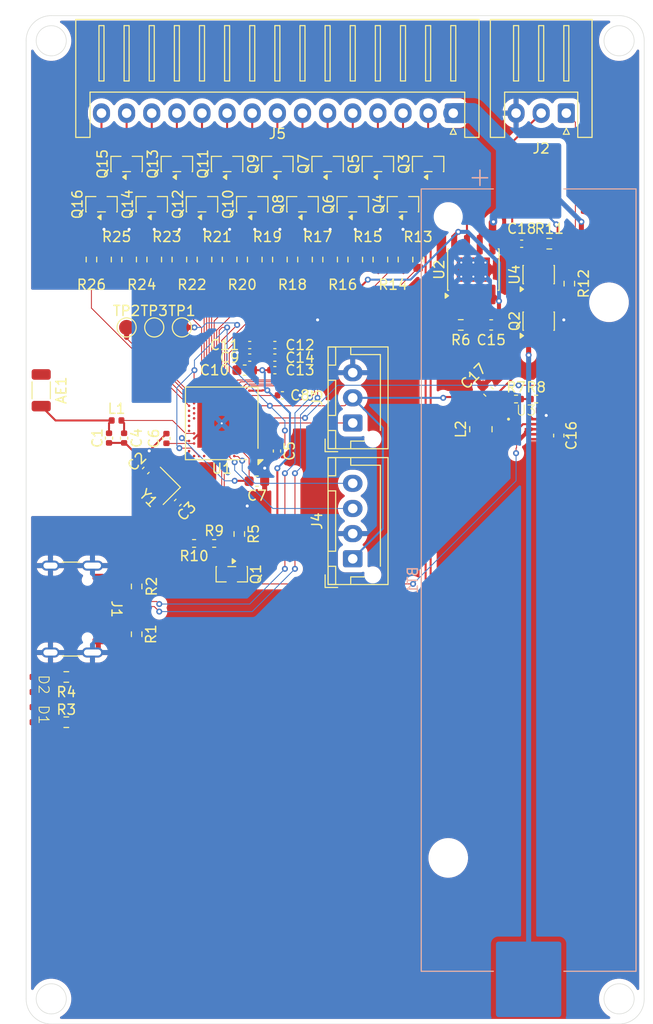
<source format=kicad_pcb>
(kicad_pcb (version 20241229) (generator "pcbnew") (generator_version "9.0")
  (layers (0 "F.Cu" signal) (2 "B.Cu" signal) (13 "F.Paste" user) (15 "B.Paste" user) (5 "F.SilkS" user "F.Silkscreen") (7 "B.SilkS" user "B.Silkscreen") (1 "F.Mask" user) (3 "B.Mask" user) (25 "Edge.Cuts" user))
  (net 0 "")
  (net 1 "Net-(AE1-FEED)")
  (net 3 "VBAT")
  (net 4 "GND_BAT")
  (net 5 "Net-(U1-XC1)")
  (net 6 "GND")
  (net 7 "Net-(U1-XC2)")
  (net 8 "Net-(U1-DEC1)")
  (net 9 "Net-(U1-DEC3)")
  (net 10 "Net-(U1-DEC4)")
  (net 11 "Net-(U1-DECUSB)")
  (net 12 "VBUS")
  (net 13 "+3V3")
  (net 14 "Net-(U4-VCC)")
  (net 15 "Net-(D1-K)")
  (net 16 "Net-(D2-K)")
  (net 17 "/D+")
  (net 18 "/D-")
  (net 19 "Net-(J1-CC1)")
  (net 20 "Net-(J1-CC2)")
  (net 21 "/PIR_1")
  (net 22 "/PIR_2")
  (net 23 "/BH_SDA")
  (net 24 "/BH_SCL")
  (net 25 "Net-(U3-L2)")
  (net 26 "Net-(U3-L1)")
  (net 27 "Net-(Q1-G)")
  (net 28 "Net-(Q1-S)")
  (net 29 "Net-(Q2-G1)")
  (net 32 "Net-(Q3-G)")
  (net 33 "LED_1_GND")
  (net 34 "LED_2_GND")
  (net 35 "Net-(Q4-G)")
  (net 36 "LED_3_GND")
  (net 37 "Net-(Q5-G)")
  (net 38 "LED_4_GND")
  (net 39 "Net-(Q6-G)")
  (net 40 "Net-(Q7-G)")
  (net 41 "LED_5_GND")
  (net 42 "Net-(Q8-G)")
  (net 43 "LED_6_GND")
  (net 44 "Net-(Q9-G)")
  (net 45 "LED_7_GND")
  (net 46 "Net-(Q10-G)")
  (net 47 "LED_8_GND")
  (net 48 "Net-(Q11-G)")
  (net 49 "LED_9_GND")
  (net 50 "LED_10_GND")
  (net 51 "Net-(Q12-G)")
  (net 52 "Net-(Q13-G)")
  (net 53 "LED_11_GND")
  (net 54 "LED_12_GND")
  (net 55 "Net-(Q14-G)")
  (net 56 "Net-(Q15-G)")
  (net 57 "LED_13_GND")
  (net 58 "LED_14_GND")
  (net 59 "Net-(Q16-G)")
  (net 60 "Net-(U2-~{CHRG})")
  (net 61 "Net-(U2-~{STDBY})")
  (net 62 "/VDIV_SW")
  (net 63 "Net-(U2-PROG)")
  (net 64 "Net-(U3-FB)")
  (net 65 "/VDIV")
  (net 66 "Net-(U4-CS)")
  (net 67 "LED_1_SW")
  (net 68 "LED_2_SW")
  (net 69 "LED_3_SW")
  (net 70 "LED_4_SW")
  (net 71 "LED_5_SW")
  (net 72 "LED_6_SW")
  (net 73 "LED_7_SW")
  (net 74 "LED_8_SW")
  (net 75 "LED_9_SW")
  (net 76 "LED_10_SW")
  (net 77 "LED_11_SW")
  (net 78 "LED_12_SW")
  (net 79 "LED_13_SW")
  (net 80 "LED_14_SW")
  (net 81 "Net-(U1-P0.18{slash}~{RESET})")
  (net 82 "Net-(U1-SWDCLK)")
  (net 83 "Net-(U1-SWDIO)")
  (net 87 "Net-(U1-ANT)")
  (net 97 "unconnected-(U1-P1.15-PadA14)")
  (net 113 "Net-(Q2-G2)")
  (footprint "Capacitor_SMD:C_0402_1005Metric" (layer "F.Cu") (at 167.250001 72.25)
    (property "Reference" "C14")
    (property "Value" "4.7uF")
  )
  (footprint "Capacitor_SMD:C_0402_1005Metric" (layer "F.Cu") (at 191.807563 60.930329)
    (property "Reference" "C18")
    (property "Value" "100nF")
  )
  (footprint "Capacitor_SMD:C_0402_1005Metric" (layer "F.Cu") (at 150.75 80.25 90)
    (property "Reference" "C1")
    (property "Value" "0.5pF")
  )
  (footprint "Capacitor_SMD:C_0402_1005Metric" (layer "F.Cu") (at 168 76 180)
    (property "Reference" "C8")
    (property "Value" "4.7uF")
  )
  (footprint "Resistor_SMD:R_0603_1608Metric" (layer "F.Cu") (at 164 62.5 90)
    (property "Reference" "R20")
    (property "Value" "220R")
  )
  (footprint "Capacitor_SMD:C_0402_1005Metric" (layer "F.Cu") (at 167.250001 71)
    (property "Reference" "C12")
    (property "Value" "100nF")
  )
  (footprint "Package_TO_SOT_SMD:SOT-23" (layer "F.Cu") (at 162.5 53 90)
    (property "Reference" "Q11")
    (property "Value" "2302V")
  )
  (footprint "Inductor_SMD:L_1008_2520Metric" (layer "F.Cu") (at 187.75 79.37 -90)
    (property "Reference" "L2")
    (property "Value" "0.47uH")
  )
  (footprint "Resistor_SMD:R_0603_1608Metric" (layer "F.Cu") (at 185.75 69)
    (property "Reference" "R6")
    (property "Value" "1.2k")
  )
  (footprint "Resistor_SMD:R_0603_1608Metric" (layer "F.Cu") (at 171.5 62.5 90)
    (property "Reference" "R17")
    (property "Value" "220R")
  )
  (footprint "Capacitor_SMD:C_0603_1608Metric" (layer "F.Cu") (at 188.5 75.62 -45)
    (property "Reference" "C17")
    (property "Value" "22uF")
  )
  (footprint "Resistor_SMD:R_0402_1005Metric" (layer "F.Cu") (at 193.25 76.37)
    (property "Reference" "R8")
    (property "Value" "91k")
  )
  (footprint "Package_TO_SOT_SMD:SOT-23" (layer "F.Cu") (at 165 57 90)
    (property "Reference" "Q10")
    (property "Value" "2302V")
  )
  (footprint "Resistor_SMD:R_0603_1608Metric" (layer "F.Cu") (at 166.5 62.5 90)
    (property "Reference" "R19")
    (property "Value" "220R")
  )
  (footprint "Resistor_SMD:R_0603_1608Metric" (layer "F.Cu") (at 153.5 95 90)
    (property "Reference" "R2")
    (property "Value" "5.1k")
  )
  (footprint "Package_SO:SOIC-8-1EP_3.9x4.9mm_P1.27mm_EP2.41x3.3mm_ThermalVias" (layer "F.Cu") (at 187 63.5 90)
    (property "Reference" "U2")
    (property "Value" "TP4056-42-ESOP8")
  )
  (footprint "Capacitor_SMD:C_0402_1005Metric" (layer "F.Cu") (at 156.4625 80.2875 -90)
    (property "Reference" "C6")
    (property "Value" "100pF")
  )
  (footprint "Resistor_SMD:R_0402_1005Metric" (layer "F.Cu") (at 159.2125 90.725 180)
    (property "Reference" "R10")
    (property "Value" "1M")
  )
  (footprint "Resistor_SMD:R_0603_1608Metric" (layer "F.Cu") (at 151.5 62.5 90)
    (property "Reference" "R25")
    (property "Value" "220R")
  )
  (footprint "Package_TO_SOT_SMD:SOT-23" (layer "F.Cu") (at 175 57 90)
    (property "Reference" "Q6")
    (property "Value" "2302V")
  )
  (footprint "Package_TO_SOT_SMD:SOT-23" (layer "F.Cu") (at 167.5 53 90)
    (property "Reference" "Q9")
    (property "Value" "2302V")
  )
  (footprint "Resistor_SMD:R_0603_1608Metric" (layer "F.Cu") (at 174 62.5 90)
    (property "Reference" "R16")
    (property "Value" "220R")
  )
  (footprint "Resistor_SMD:R_0603_1608Metric" (layer "F.Cu") (at 154 62.5 90)
    (property "Reference" "R24")
    (property "Value" "220R")
  )
  (footprint "Capacitor_SMD:C_0603_1608Metric" (layer "F.Cu") (at 188.775 69 180)
    (property "Reference" "C15")
    (property "Value" "10uF")
  )
  (footprint "Connector_JST:JST_XH_S3B-XH-A_1x03_P2.50mm_Horizontal" (layer "F.Cu") (at 196.25 47.945 180)
    (property "Reference" "J2")
    (property "Value" "Conn_01x03")
  )
  (footprint "Package_TO_SOT_SMD:SOT-23" (layer "F.Cu") (at 157.5 53 90)
    (property "Reference" "Q13")
    (property "Value" "2302V")
  )
  (footprint "Resistor_SMD:R_0603_1608Metric" (layer "F.Cu") (at 176.5 62.5 90)
    (property "Reference" "R15")
    (property "Value" "220R")
  )
  (footprint "Resistor_SMD:R_0603_1608Metric" (layer "F.Cu") (at 153.5 99.75 -90)
    (property "Reference" "R1")
    (property "Value" "5.1k")
  )
  (footprint "Capacitor_SMD:C_0603_1608Metric" (layer "F.Cu") (at 195.5 80 90)
    (property "Reference" "C16")
    (property "Value" "10uF")
  )
  (footprint "Connector_JST:JST_XH_B4B-XH-AM_1x04_P2.50mm_Vertical" (layer "F.Cu") (at 175 92.25 90)
    (property "Reference" "J4")
    (property "Value" "Conn_01x04")
  )
  (footprint "Package_TO_SOT_SMD:SOT-23" (layer "F.Cu") (at 182.5 53 90)
    (property "Reference" "Q3")
    (property "Value" "2302V")
  )
  (footprint "Package_TO_SOT_SMD:SOT-23-6" (layer "F.Cu") (at 193.499999 68.624999 90)
    (property "Reference" "Q2")
    (property "Value" "FS8205A")
  )
  (footprint "Resistor_SMD:R_0603_1608Metric" (layer "F.Cu") (at 194.557563 60.930329 180)
    (property "Reference" "R11")
    (property "Value" "100R")
  )
  (footprint "Resistor_SMD:R_0402_1005Metric" (layer "F.Cu") (at 191.25 76.37)
    (property "Reference" "R7")
    (property "Value" "511k")
  )
  (footprint "Package_TO_SOT_SMD:SOT-23" (layer "F.Cu") (at 162.9625 93.7875 -90)
    (property "Reference" "Q1")
    (property "Value" "SI2301-ZE")
  )
  (footprint "Resistor_SMD:R_0603_1608Metric" (layer "F.Cu") (at 161.5 62.5 90)
    (property "Reference" "R21")
    (property "Value" "220R")
  )
  (footprint "Custom:LED_1.7x1.1mm" (layer "F.Cu") (at 143.25 107.750001 -90)
    (property "Reference" "D1")
    (property "Value" "LED_RED")
  )
  (footprint "Resistor_SMD:R_0603_1608Metric" (layer "F.Cu") (at 163.712499 89.7875 -90)
    (property "Reference" "R5")
    (property "Value" "220R")
  )
  (footprint "Resistor_SMD:R_0603_1608Metric" (layer "F.Cu") (at 181.5 62.5 90)
    (property "Reference" "R13")
    (property "Value" "220R")
  )
  (footprint "Package_TO_SOT_SMD:SOT-23" (layer "F.Cu") (at 155 57 90)
    (property "Reference" "Q14")
    (property "Value" "2302V")
  )
  (footprint "Inductor_SMD:L_0402_1005Metric" (layer "F.Cu") (at 151.5 78.5)
    (property "Reference" "L1")
    (property "Value" "4.7nH")
  )
  (footprint "Capacitor_SMD:C_0402_1005Metric" (layer "F.Cu") (at 167.250001 73.5)
    (property "Reference" "C13")
    (property "Value" "100nF")
  )
  (footprint "Crystal:Crystal_SMD_2016-4Pin_2.0x1.6mm" (layer "F.Cu") (at 156 85 135)
    (property "Reference" "Y1")
    (property "Value" "Crystal_GND24")
  )
  (footprint "Resistor_SMD:R_0603_1608Metric" (layer "F.Cu") (at 146.5 108.500001 180)
    (property "Reference" "R3")
    (property "Value" "220R")
  )
  (footprint "Custom:VSON-10" (layer "F.Cu") (at 192.25 79.37)
    (property "Reference" "U3")
    (property "Value" "TPS63802DLAR")
  )
  (footprint "Package_TO_SOT_SMD:SOT-23" (layer "F.Cu") (at 160 57 90)
    (property "Reference" "Q12")
    (property "Value" "2302V")
  )
  (footprint "Inductor_SMD:L_1206_3216Metric" (layer "F.Cu") (at 144 75.5 90)
    (property "Reference" "AE1")
    (property "Value" "Antenna_Chip")
  )
  (footprint "Capacitor_SMD:C_0402_1005Metric" (layer "F.Cu") (at 157.590991 86.661701 45)
    (property "Reference" "C3")
    (property "Value" "12pF")
  )
  (footprint "Capacitor_SMD:C_0402_1005Metric" (layer "F.Cu") (at 154.409011 83.479721 -135)
    (property "Reference" "C2")
    (property "Value" "12pF")
  )
  (footprint "Resistor_SMD:R_0603_1608Metric" (layer "F.Cu") (at 156.5 62.5 90)
    (property "Reference" "R23")
    (property "Value" "220R")
  )
  (footprint "" (layer "F.Cu") (at 161.9625 78.7875)
    (property "Reference" "")
    (property "Value" "")
  )
  (footprint "Custom:LED_1.7x1.1mm" (layer "F.Cu") (at 143.249999 104.750001 90)
    (property "Reference" "D2")
    (property "Value" "LED_GREEN")
  )
  (footprint "Resistor_SMD:R_0603_1608Metric" (layer "F.Cu") (at 179 62.5 90)
    (property "Reference" "R14")
    (property "Value" "220R")
  )
  (footprint "Package_TO_SOT_SMD:SOT-23" (layer "F.Cu") (at 180 57 90)
    (property "Reference" "Q4")
    (property "Value" "2302V")
  )
  (footprint "Resistor_SMD:R_0402_1005Metric" (layer "F.Cu") (at 161.2125 90.725 180)
    (property "Reference" "R9")
    (property "Value" "2M")
  )
  (footprint "Connector_JST:JST_XH_S15B-XH-A_1x15_P2.50mm_Horizontal" (layer "F.Cu") (at 185 47.945 180)
    (property "Reference" "J5")
    (property "Value" "Conn_01x15")
  )
  (footprint "Package_TO_SOT_SMD:SOT-23" (layer "F.Cu") (at 150 57 90)
    (property "Reference" "Q16")
    (property "Value" "2302V")
  )
  (footprint "Package_TO_SOT_SMD:SOT-23" (layer "F.Cu") (at 172.5 53 90)
    (property "Reference" "Q7")
    (property "Value" "2302V")
  )
  (footprint "Package_TO_SOT_SMD:SOT-23" (layer "F.Cu") (at 152.5 53 90)
    (property "Reference" "Q15")
    (property "Value" "2302V")
  )
  (footprint "TestPoint:TestPoint_Pad_D1.5mm" (layer "F.Cu") (at 158 69.25)
    (property "Reference" "TP1")
    (property "Value" "#RST")
  )
  (footprint "Resistor_SMD:R_0603_1608Metric" (layer "F.Cu") (at 169 62.5 90)
    (property "Reference" "R18")
    (property "Value" "220R")
  )
  (footprint "Resistor_SMD:R_0603_1608Metric" (layer "F.Cu") (at 146.5 104 180)
    (property "Reference" "R4")
    (property "Value" "220R")
  )
  (footprint "Package_DFN_QFN:Nordic_AQFN-73-1EP_7x7mm_P0.5mm" (layer "F.Cu") (at 161.9625 78.7875 180)
    (property "Reference" "U1")
    (property "Value" "nRF52840")
  )
  (footprint "Connector_USB:USB_C_Receptacle_GCT_USB4105-xx-A_16P_TopMnt_Horizontal" (layer "F.Cu") (at 146 97.25 -90)
    (property "Reference" "J1")
    (property "Value" "USB_C_Receptacle_USB2.0_14P")
  )
  (footprint "Capacitor_SMD:C_0603_1608Metric" (layer "F.Cu") (at 165.4625 84.5375 180)
    (property "Reference" "C7")
    (property "Value" "1uF")
  )
  (footprint "Connector_JST:JST_XH_B3B-XH-AM_1x03_P2.50mm_Vertical" (layer "F.Cu") (at 175 78.75 90)
    (property "Reference" "J3")
    (property "Value" "Conn_01x03")
  )
  (footprint "Capacitor_SMD:C_0402_1005Metric" (layer "F.Cu") (at 164.750001 72.25 180)
    (property "Reference" "C9")
    (property "Value" "4.7uF")
  )
  (footprint "TestPoint:TestPoint_Pad_D1.5mm" (layer "F.Cu") (at 155.25 69.25)
    (property "Reference" "TP3")
    (property "Value" "SWDIO")
  )
  (footprint "Package_TO_SOT_SMD:SOT-23" (layer "F.Cu") (at 170 57 90)
    (property "Reference" "Q8")
    (property "Value" "2302V")
  )
  (footprint "Resistor_SMD:R_0603_1608Metric" (layer "F.Cu") (at 149 62.5 90)
    (property "Reference" "R26")
    (property "Value" "220R")
  )
  (footprint "Package_TO_SOT_SMD:SOT-23" (layer "F.Cu") (at 177.5 53 90)
    (property "Reference" "Q5")
    (property "Value" "2302V")
  )
  (footprint "Capacitor_SMD:C_0402_1005Metric" (layer "F.Cu") (at 167.4625 81.5375 90)
    (property "Reference" "C5")
    (property "Value" "100nF")
  )
  (footprint "TestPoint:TestPoint_Pad_D1.5mm" (layer "F.Cu") (at 152.5 69.25)
    (property "Reference" "TP2")
    (property "Value" "SWDCLK")
  )
  (footprint "Capacitor_SMD:C_0402_1005Metric" (layer "F.Cu") (at 152.25 80.25 90)
    (property "Reference" "C4")
    (property "Value" "0.8pF")
  )
  (footprint "Resistor_SMD:R_0603_1608Metric" (layer "F.Cu") (at 196.549999 64.894999 -90)
    (property "Reference" "R12")
    (property "Value" "2k")
  )
  (footprint "Resistor_SMD:R_0603_1608Metric" (layer "F.Cu") (at 159 62.5 90)
    (property "Reference" "R22")
    (property "Value" "220R")
  )
  (footprint "Capacitor_SMD:C_0603_1608Metric" (layer "F.Cu") (at 164.25 73.5 180)
    (property "Reference" "C10")
    (property "Value" "1uF")
  )
  (footprint "Package_TO_SOT_SMD:SOT-23-6" (layer "F.Cu") (at 193.5 64 90)
    (property "Reference" "U4")
    (property "Value" "DW01A")
  )
  (footprint "Capacitor_SMD:C_0402_1005Metric" (layer "F.Cu") (at 164.750001 71 180)
    (property "Reference" "C11")
    (property "Value" "100nF")
  )
  (footprint "Battery:BatteryHolder_Keystone_1042_1x18650" (layer "B.Cu") (at 192.5 94.37 -90)
    (property "Reference" "BT1")
    (property "Value" "18650")
  )
  (gr_circle (center 145 136) (end 146.5 136) (stroke (width 0.05)) (fill no) (layer "Edge.Cuts"))
  (gr_arc (start 142.5 40.75) (mid 143.232233 38.982233) (end 145 38.25) (stroke (width 0.05)) (layer "Edge.Cuts"))
  (gr_circle (center 201.5 40.75) (end 203 40.75) (stroke (width 0.05)) (fill no) (layer "Edge.Cuts"))
  (gr_line (start 204 40.75) (end 204 136) (stroke (width 0.05)) (layer "Edge.Cuts"))
  (gr_line (start 201.5 138.5) (end 145 138.5) (stroke (width 0.05)) (layer "Edge.Cuts"))
  (gr_circle (center 145 40.75) (end 146.5 40.75) (stroke (width 0.05)) (fill no) (layer "Edge.Cuts"))
  (gr_line (start 142.5 136) (end 142.5 40.75) (stroke (width 0.05)) (layer "Edge.Cuts"))
  (gr_arc (start 145 138.5) (mid 143.232233 137.767767) (end 142.5 136) (stroke (width 0.05)) (layer "Edge.Cuts"))
  (gr_arc (start 201.5 38.25) (mid 203.267767 38.982233) (end 204 40.75) (stroke (width 0.05)) (layer "Edge.Cuts"))
  (gr_line (start 145 38.25) (end 201.5 38.25) (stroke (width 0.05)) (layer "Edge.Cuts"))
  (gr_circle (center 201.5 136) (end 203 136) (stroke (width 0.05)) (fill no) (layer "Edge.Cuts"))
  (gr_arc (start 204 136) (mid 203.267767 137.767767) (end 201.5 138.5) (stroke (width 0.05)) (layer "Edge.Cuts"))
  (segment (start 145.425 78.5) (end 144 77.075) (width 0.2) (layer "F.Cu") (net 1))
  (segment (start 151.015 78.5) (end 145.425 78.5) (width 0.2) (layer "F.Cu") (net 1))
  (segment (start 150.75 78.765) (end 151.015 78.5) (width 0.2) (layer "F.Cu") (net 1))
  (segment (start 150.75 79.77) (end 150.75 78.765) (width 0.2) (layer "F.Cu") (net 1))
  (segment (start 191.63 80.37) (end 192.229 79.771) (width 0.4) (layer "F.Cu") (net 3))
  (segment (start 195.382563 59.132563) (end 195.25 59) (width 0.2) (layer "F.Cu") (net 3))
  (segment (start 162.9625 94.725001) (end 162.987499 94.75) (width 0.09) (layer "F.Cu") (net 3))
  (segment (start 188.905 61.025) (end 188.905 58.845) (width 0.75) (layer "F.Cu") (net 3))
  (segment (start 162.987499 94.75) (end 181 94.75) (width 0.09) (layer "F.Cu") (net 3))
  (segment (start 191.3 80.37) (end 191.63 80.37) (width 0.4) (layer "F.Cu") (net 3))
  (segment (start 192.75 79.37) (end 195.355 79.37) (width 0.2) (layer "F.Cu") (net 3))
  (segment (start 197.75 58.75) (end 197.75 76.975) (width 0.5) (layer "F.Cu") (net 3))
  (segment (start 191.25 81.75) (end 191.25 81.25) (width 0.09) (layer "F.Cu") (net 3))
  (segment (start 191.25 81.25) (end 191.3 81.2) (width 0.09) (layer "F.Cu") (net 3))
  (segment (start 191.3 81.2) (end 191.3 80.37) (width 0.09) (layer "F.Cu") (net 3))
  (segment (start 195.382563 60.930329) (end 195.382563 59.132563) (width 0.2) (layer "F.Cu") (net 3))
  (segment (start 192.229 79.771) (end 192.229 79.66065) (width 0.4) (layer "F.Cu") (net 3))
  (segment (start 195.355 79.37) (end 195.5 79.225) (width 0.2) (layer "F.Cu") (net 3))
  (segment (start 192.229 79.66065) (end 192.51965 79.37) (width 0.4) (layer "F.Cu") (net 3))
  (segment (start 192.51965 79.37) (end 192.75 79.37) (width 0.4) (layer "F.Cu") (net 3))
  (segment (start 188.905 58.845) (end 189 58.75) (width 0.75) (layer "F.Cu") (net 3))
  (segment (start 197.75 76.975) (end 195.5 79.225) (width 0.5) (layer "F.Cu") (net 3))
  (via (at 189 58.75) (size 0.6) (drill 0.3) (layers "F.Cu" "B.Cu") (net 3))
  (via (at 197.75 58.75) (size 0.6) (drill 0.3) (layers "F.Cu" "B.Cu") (net 3))
  (via (at 191.25 81.75) (size 0.6) (drill 0.3) (layers "F.Cu" "B.Cu") (net 3))
  (via (at 195.25 59) (size 0.6) (drill 0.3) (layers "F.Cu" "B.Cu") (net 3))
  (via (at 181 94.75) (size 0.6) (drill 0.3) (layers "F.Cu" "B.Cu") (net 3))
  (segment (start 193.68 54.68) (end 192.5 54.68) (width 0.5) (layer "B.Cu") (net 3))
  (segment (start 192.5 56.25) (end 192.5 54.68) (width 0.2) (layer "B.Cu") (net 3))
  (segment (start 195.25 59) (end 192.5 56.25) (width 0.2) (layer "B.Cu") (net 3))
  (segment (start 192.5 53.5) (end 186.945 47.945) (width 2) (layer "B.Cu") (net 3))
  (segment (start 189 58.75) (end 189 58.18) (width 0.75) (layer "B.Cu") (net 3))
  (segment (start 197.75 58.75) (end 193.68 54.68) (width 0.5) (layer "B.Cu") (net 3))
  (segment (start 186.945 47.945) (end 185 47.945) (width 2) (layer "B.Cu") (net 3))
  (segment (start 192.5 54.68) (end 192.5 53.5) (width 2) (layer "B.Cu") (net 3))
  (segment (start 189 58.18) (end 192.5 54.68) (width 0.75) (layer "B.Cu") (net 3))
  (segment (start 181 94.75) (end 191.25 84.5) (width 0.09) (layer "B.Cu") (net 3))
  (segment (start 191.25 84.5) (end 191.25 81.75) (width 0.09) (layer "B.Cu") (net 3))
  (segment (start 191.327563 61.640062) (end 192.550001 62.8625) (width 0.2) (layer "F.Cu") (net 4))
  (segment (start 192.550001 62.8625) (end 191.5 63.912501) (width 0.2) (layer "F.Cu") (net 4))
  (segment (start 191.5 63.912501) (end 191.5 68.712499) (width 0.2) (layer "F.Cu") (net 4))
  (segment (start 192.5 69.812499) (end 192.55 69.762499) (width 0.5) (layer "F.Cu") (net 4))
  (segment (start 191.5 68.712499) (end 192.55 69.762499) (width 0.2) (layer "F.Cu") (net 4))
  (segment (start 191.327563 60.930329) (end 191.327563 61.640062) (width 0.2) (layer "F.Cu") (net 4))
  (segment (start 192.5 72) (end 192.5 69.812499) (width 0.5) (layer "F.Cu") (net 4))
  (via (at 192.5 72) (size 0.6) (drill 0.3) (layers "F.Cu" "B.Cu") (net 4))
  (segment (start 192.5 134.06) (end 192.5 72) (width 0.5) (layer "B.Cu") (net 4))
  (segment (start 158.7125 82.2875) (end 158.7125 81.5375) (width 0.09) (layer "F.Cu") (net 5))
  (segment (start 155.116117 84.893934) (end 155.116117 84.865649) (width 0.2) (layer "F.Cu") (net 5))
  (segment (start 155.116117 84.893934) (end 156.106066 84.893934) (width 0.09) (layer "F.Cu") (net 5))
  (segment (start 156.106066 84.893934) (end 158.7125 82.2875) (width 0.09) (layer "F.Cu") (net 5))
  (segment (start 155.116117 84.865649) (end 154.0696 83.819132) (width 0.2) (layer "F.Cu") (net 5))
  (segment (start 193.38 78.87) (end 194.25 78) (width 0.2) (layer "F.Cu") (net 6))
  (segment (start 156.4625 79.8075) (end 154.748422 81.521578) (width 0.2) (layer "F.Cu") (net 6))
  (segment (start 166.24 83.24) (end 166.2375 83.2425) (width 0.2) (layer "F.Cu") (net 6))
  (segment (start 159.2125 80.2875) (end 160.7125 78.7875) (width 0.2) (layer "F.Cu") (net 6))
  (segment (start 191.438928 79.37) (end 191.3 79.37) (width 0.2) (layer "F.Cu") (net 6))
  (segment (start 167.4625 82.0175) (end 166.24 83.24) (width 0.2) (layer "F.Cu") (net 6))
  (segment (start 152.338112 80.73) (end 154.748422 83.14031) (width 0.2) (layer "F.Cu") (net 6))
  (segment (start 150.75 80.73) (end 152.25 80.73) (width 0.2) (layer "F.Cu") (net 6))
  (segment (start 163.4625 81.5375) (end 161.9625 80.0375) (width 0.2) (layer "F.Cu") (net 6))
  (segment (start 163.475 73.5) (end 163.475 73.045001) (width 0.2) (layer "F.Cu") (net 6))
  (segment (start 163.475 73.045001) (end 164.270001 72.25) (width 0.2) (layer "F.Cu") (net 6))
  (segment (start 192.95 78.87) (end 193.38 78.87) (width 0.2) (layer "F.Cu") (net 6))
  (segment (start 164 72.25) (end 163.5 71.75) (width 0.2) (layer "F.Cu") (net 6))
  (segment (start 154.748422 81.521578) (end 154.748422 83.14031) (width 0.2) (layer "F.Cu") (net 6))
  (segment (start 160.7125 78.7875) (end 161.9625 78.7875) (width 0.2) (layer "F.Cu") (net 6))
  (segment (start 192.95 78.87) (end 191.938928 78.87) (width 0.2) (layer "F.Cu") (net 6))
  (segment (start 166.2375 83.2425) (end 166.2375 84.5375) (width 0.2) (layer "F.Cu") (net 6))
  (segment (start 164.270001 72.25) (end 164 72.25) (width 0.2) (layer "F.Cu") (net 6))
  (segment (start 191.938928 78.87) (end 191.438928 79.37) (width 0.2) (layer "F.Cu") (net 6))
  (segment (start 152.25 80.73) (end 152.338112 80.73) (width 0.2) (layer "F.Cu") (net 6))
  (segment (start 161.9625 80.0375) (end 161.9625 78.7875) (width 0.2) (layer "F.Cu") (net 6))
  (via (at 152.75 59.5) (size 0.6) (drill 0.3) (layers "F.Cu" "B.Cu") (net 6))
  (via (at 167.75 59.5) (size 0.6) (drill 0.3) (layers "F.Cu" "B.Cu") (net 6))
  (via (at 150.25 59.5) (size 0.6) (drill 0.3) (layers "F.Cu" "B.Cu") (net 6))
  (via (at 170.25 59.5) (size 0.6) (drill 0.3) (layers "F.Cu" "B.Cu") (net 6))
  (via (at 162.75 59.5) (size 0.6) (drill 0.3) (layers "F.Cu" "B.Cu") (net 6))
  (via (at 177.75 59.5) (size 0.6) (drill 0.3) (layers "F.Cu" "B.Cu") (net 6))
  (via (at 169.75 76) (size 0.6) (drill 0.3) (layers "F.Cu" "B.Cu") (net 6))
  (via (at 160.25 59.5) (size 0.6) (drill 0.3) (layers "F.Cu" "B.Cu") (net 6))
  (via (at 155.25 59.5) (size 0.6) (drill 0.3) (layers "F.Cu" "B.Cu") (net 6))
  (via (at 163.5 71.75) (size 0.6) (drill 0.3) (layers "F.Cu" "B.Cu") (net 6))
  (via (at 157.75 59.5) (size 0.6) (drill 0.3) (layers "F.Cu" "B.Cu") (net 6))
  (via (at 194.25 78) (size 0.6) (drill 0.3) (layers "F.Cu" "B.Cu") (net 6))
  (via (at 154.748422 81.521578) (size 0.6) (drill 0.3) (layers "F.Cu" "B.Cu") (net 6))
  (via (at 172.75 59.5) (size 0.6) (drill 0.3) (layers "F.Cu" "B.Cu") (net 6))
  (via (at 166.24 83.24) (size 0.6) (drill 0.3) (layers "F.Cu" "B.Cu") (net 6))
  (via (at 180 59.5) (size 0.6) (drill 0.3) (layers "F.Cu" "B.Cu") (net 6))
  (via (at 175.25 59.5) (size 0.6) (drill 0.3) (layers "F.Cu" "B.Cu") (net 6))
  (via (at 164.5 87) (size 0.6) (drill 0.3) (layers "F.Cu" "B.Cu") (net 6))
  (via (at 171.5 68.5) (size 0.6) (drill 0.3) (layers "F.Cu" "B.Cu") (net 6))
  (via (at 165.25 59.5) (size 0.6) (drill 0.3) (layers "F.Cu" "B.Cu") (net 6))
  (via (at 196 68.5) (size 0.6) (drill 0.3) (layers "F.Cu" "B.Cu") (net 6))
  (segment (start 156.883883 85.106066) (end 156.883883 84.366117) (width 0.09) (layer "F.Cu") (net 7))
  (segment (start 156.883883 85.106066) (end 156.883883 85.275771) (width 0.2) (layer "F.Cu") (net 7))
  (segment (start 156.883883 85.275771) (end 157.930402 86.32229) (width 0.2) (layer "F.Cu") (net 7))
  (segment (start 156.883883 84.366117) (end 159.2125 82.0375) (width 0.09) (layer "F.Cu") (net 7))
  (segment (start 165.2325 81.0575) (end 165.2125 81.0375) (width 0.09) (layer "F.Cu") (net 8))
  (segment (start 167.4625 81.0575) (end 165.2325 81.0575) (width 0.09) (layer "F.Cu") (net 8))
  (segment (start 156.4625 80.7675) (end 156.4825 80.7875) (width 0.09) (layer "F.Cu") (net 9))
  (segment (start 156.4825 80.7875) (end 159.2125 80.7875) (width 0.09) (layer "F.Cu") (net 9))
  (segment (start 163.25 84.5) (end 163.2875 84.5375) (width 0.09) (layer "F.Cu") (net 10))
  (segment (start 158.7125 80.5375) (end 158.2875 80.5375) (width 0.09) (layer "F.Cu") (net 10))
  (segment (start 164.6875 82.2625) (end 163.9625 81.5375) (width 0.09) (layer "F.Cu") (net 10))
  (segment (start 164.65 84.5) (end 164.6875 84.5375) (width 0.2) (layer "F.Cu") (net 10))
  (segment (start 163.25 84.5) (end 164.65 84.5) (width 0.2) (layer "F.Cu") (net 10))
  (segment (start 158.2875 80.5375) (end 158 80.25) (width 0.09) (layer "F.Cu") (net 10))
  (segment (start 164.6875 84.5375) (end 164.6875 82.2625) (width 0.09) (layer "F.Cu") (net 10))
  (via (at 158 80.25) (size 0.6) (drill 0.3) (layers "F.Cu" "B.Cu") (net 10))
  (via (at 163.25 84.5) (size 0.6) (drill 0.3) (layers "F.Cu" "B.Cu") (net 10))
  (segment (start 158 80.25) (end 162.25 84.5) (width 0.09) (layer "B.Cu") (net 10))
  (segment (start 162.25 84.5) (end 163.25 84.5) (width 0.09) (layer "B.Cu") (net 10))
  (segment (start 163.9825 76.0175) (end 163.9625 76.0375) (width 0.09) (layer "F.Cu") (net 11))
  (segment (start 167.4625 76.0175) (end 163.9825 76.0175) (width 0.09) (layer "F.Cu") (net 11))
  (segment (start 146.5 101.288992) (end 148.438991 99.350001) (width 0.2) (layer "F.Cu") (net 12))
  (segment (start 148.523 95.398008) (end 149.071008 94.85) (width 0.2) (layer "F.Cu") (net 12))
  (segment (start 164.165761 93.806501) (end 167.5 90.472262) (width 0.2) (layer "F.Cu") (net 12))
  (segment (start 174.024 66.976) (end 176.5 64.5) (width 0.2) (layer "F.Cu") (net 12))
  (segment (start 167.5 90.472262) (end 167.5 83.25) (width 0.2) (layer "F.Cu") (net 12))
  (segment (start 143.25 107.000001) (end 143.249999 105.500001) (width 0.2) (layer "F.Cu") (net 12))
  (segment (start 166.770001 73.5) (end 166.770001 71) (width 0.2) (layer "F.Cu") (net 12))
  (segment (start 166.770001 73.5) (end 166 73.5) (width 0.2) (layer "F.Cu") (net 12))
  (segment (start 165.9625 75.5375) (end 164.7125 75.5375) (width 0.2) (layer "F.Cu") (net 12))
  (segment (start 143.249999 105.500001) (end 145.194355 105.500001) (width 0.2) (layer "F.Cu") (net 12))
  (segment (start 189.55 66.62) (end 188.905 65.975) (width 0.4) (layer "F.Cu") (net 12))
  (segment (start 146.5 104.194356) (end 146.5 101.288992) (width 0.2) (layer "F.Cu") (net 12))
  (segment (start 189.55 69) (end 189.55 66.62) (width 0.4) (layer "F.Cu") (net 12))
  (segment (start 149.380001 99.350001) (end 149.68 99.65) (width 0.2) (layer "F.Cu") (net 12))
  (segment (start 145.194355 105.500001) (end 146.5 104.194356) (width 0.2) (layer "F.Cu") (net 12))
  (segment (start 149.68 99.65) (end 149.105001 99.65) (width 0.2) (layer "F.Cu") (net 12))
  (segment (start 161.627739 94.85) (end 162.671238 93.806501) (width 0.2) (layer "F.Cu") (net 12))
  (segment (start 166.770001 71) (end 170.794001 66.976) (width 0.2) (layer "F.Cu") (net 12))
  (segment (start 185.095 60.155) (end 185.5 59.75) (width 0.4) (layer "F.Cu") (net 12))
  (segment (start 165.230001 73.294999) (end 165.025 73.5) (width 0.2) (layer "F.Cu") (net 12))
  (segment (start 166 73.5) (end 165.025 73.5) (width 0.2) (layer "F.Cu") (net 12))
  (segment (start 148.523 99.067999) (end 148.523 95.398008) (width 0.2) (layer "F.Cu") (net 12))
  (segment (start 185.095 61.025) (end 185.095 60.155) (width 0.4) (layer "F.Cu") (net 12))
  (segment (start 170.794001 66.976) (end 174.024 66.976) (width 0.2) (layer "F.Cu") (net 12))
  (segment (start 162.671238 93.806501) (end 164.165761 93.806501) (width 0.2) (layer "F.Cu") (net 12))
  (segment (start 149.071008 94.85) (end 149.68 94.85) (width 0.2) (layer "F.Cu") (net 12))
  (segment (start 166.5 75.5) (end 166 75.5) (width 0.2) (layer "F.Cu") (net 12))
  (segment (start 166 75.5) (end 165.9625 75.5375) (width 0.2) (layer "F.Cu") (net 12))
  (segment (start 149.68 94.85) (end 161.627739 94.85) (width 0.2) (layer "F.Cu") (net 12))
  (segment (start 148.438991 99.350001) (end 149.380001 99.350001) (width 0.2) (layer "F.Cu") (net 12))
  (segment (start 149.105001 99.65) (end 148.523 99.067999) (width 0.2) (layer "F.Cu") (net 12))
  (segment (start 165.230001 71) (end 165.230001 73.294999) (width 0.2) (layer "F.Cu") (net 12))
  (via (at 176.5 64.5) (size 0.6) (drill 0.3) (layers "F.Cu" "B.Cu") (net 12))
  (via (at 189.55 66.62) (size 0.6) (drill 0.3) (layers "F.Cu" "B.Cu") (net 12))
  (via (at 167.5 83.25) (size 0.6) (drill 0.3) (layers "F.Cu" "B.Cu") (net 12))
  (via (at 166.5 75.5) (size 0.6) (drill 0.3) (layers "F.Cu" "B.Cu") (net 12))
  (via (at 185.5 59.75) (size 0.6) (drill 0.3) (layers "F.Cu" "B.Cu") (net 12))
  (via (at 166 73.5) (size 0.6) (drill 0.3) (layers "F.Cu" "B.Cu") (net 12))
  (segment (start 167.5 83.25) (end 168.751 81.999) (width 0.2) (layer "B.Cu") (net 12))
  (segment (start 176.5 64.5) (end 180.75 64.5) (width 0.2) (layer "B.Cu") (net 12))
  (segment (start 186.452 59.75) (end 189.55 62.848) (width 0.4) (layer "B.Cu") (net 12))
  (segment (start 166.25 75.25) (end 166.25 73.75) (width 0.2) (layer "B.Cu") (net 12))
  (segment (start 166.5 75.5) (end 166.25 75.25) (width 0.2) (layer "B.Cu") (net 12))
  (segment (start 166.25 73.75) (end 166 73.5) (width 0.2) (layer "B.Cu") (net 12))
  (segment (start 180.75 64.5) (end 185.5 59.75) (width 0.2) (layer "B.Cu") (net 12))
  (segment (start 168.751 81.999) (end 168.751 77.751) (width 0.2) (layer "B.Cu") (net 12))
  (segment (start 189.55 62.848) (end 189.55 66.62) (width 0.4) (layer "B.Cu") (net 12))
  (segment (start 168.751 77.751) (end 166.5 75.5) (width 0.2) (layer "B.Cu") (net 12))
  (segment (start 185.5 59.75) (end 186.452 59.75) (width 0.4) (layer "B.Cu") (net 12))
  (segment (start 159.7125 82.0375) (end 158.925 81.25) (width 0.09) (layer "F.Cu") (net 13))
  (segment (start 159.25 73.5) (end 159.25 73.75) (width 0.09) (layer "F.Cu") (net 13))
  (segment (start 174.2125 77.0375) (end 175 76.25) (width 0.09) (layer "F.Cu") (net 13))
  (segment (start 165.2125 77.0375) (end 166.75 77.0375) (width 0.09) (layer "F.Cu") (net 13))
  (segment (start 158.925 81.25) (end 157.75 81.25) (width 0.09) (layer "F.Cu") (net 13))
  (segment (start 193.75 47.945) (end 190.866563 50.828437) (width 0.2) (layer "F.Cu") (net 13))
  (segment (start 184.081992 76.168008) (end 184 76.25) (width 0.2) (layer "F.Cu") (net 13))
  (segment (start 167.672562 81.5375) (end 168.25 80.960062) (width 0.09) (layer "F.Cu") (net 13))
  (segment (start 165.2125 81.5375) (end 167.672562 81.5375) (width 0.09) (layer "F.Cu") (net 13))
  (segment (start 168.25 80.960062) (end 168.25 79.5) (width 0.09) (layer "F.Cu") (net 13))
  (segment (start 161.75 69.5) (end 162 69.25) (width 0.09) (layer "F.Cu") (net 13))
  (segment (start 191.3 78.37) (end 190.74 77.81) (width 0.4) (layer "F.Cu") (net 13))
  (segment (start 159.25 73.75) (end 159.2125 73.7875) (width 0.09) (layer "F.Cu") (net 13))
  (segment (start 162 69.25) (end 162.5 69.25) (width 0.09) (layer "F.Cu") (net 13))
  (segment (start 189.048008 76.168008) (end 184.081992 76.168008) (width 0.2) (layer "F.Cu") (net 13))
  (segment (start 190.866563 74.349453) (end 189.048008 76.168008) (width 0.2) (layer "F.Cu") (net 13))
  (segment (start 190.866563 50.828437) (end 190.866563 74.349453) (width 0.2) (layer "F.Cu") (net 13))
  (segment (start 190.74 76.37) (end 189.25 76.37) (width 0.5) (layer "F.Cu") (net 13))
  (segment (start 164.7125 76.7875) (end 164.9625 76.7875) (width 0.09) (layer "F.Cu") (net 13))
  (segment (start 190.74 77.81) (end 190.74 76.37) (width 0.4) (layer "F.Cu") (net 13))
  (segment (start 161.7125 69.5375) (end 161.75 69.5) (width 0.09) (layer "F.Cu") (net 13))
  (segment (start 166.75 77.0375) (end 174.2125 77.0375) (width 0.09) (layer "F.Cu") (net 13))
  (segment (start 164.9625 76.7875) (end 165.2125 77.0375) (width 0.09) (layer "F.Cu") (net 13))
  (segment (start 189.25 76.37) (end 189.048008 76.168008) (width 0.5) (layer "F.Cu") (net 13))
  (segment (start 159.2125 73.7875) (end 159.2125 75.5375) (width 0.09) (layer "F.Cu") (net 13))
  (segment (start 161.7125 75.5375) (end 161.7125 69.5375) (width 0.09) (layer "F.Cu") (net 13))
  (via (at 162.5 69.25) (size 0.6) (drill 0.3) (layers "F.Cu" "B.Cu") (net 13))
  (via (at 168.25 79.5) (size 0.6) (drill 0.3) (layers "F.Cu" "B.Cu") (net 13))
  (via (at 157.75 81.25) (size 0.6) (drill 0.3) (layers "F.Cu" "B.Cu") (net 13))
  (via (at 166.75 77.0375) (size 0.6) (drill 0.3) (layers "F.Cu" "B.Cu") (net 13))
  (via (at 159.25 73.5) (size 0.6) (drill 0.3) (layers "F.Cu" "B.Cu") (net 13))
  (via (at 184 76.25) (size 0.6) (drill 0.3) (layers "F.Cu" "B.Cu") (net 13))
  (segment (start 162.5 72.7875) (end 166.75 77.0375) (width 0.09) (layer "B.Cu") (net 13))
  (segment (start 168.25 79.5) (end 168.25 78.5375) (width 0.09) (layer "B.Cu") (net 13))
  (segment (start 168.25 78.5375) (end 166.75 77.0375) (width 0.09) (layer "B.Cu") (net 13))
  (segment (start 159.25 72.5) (end 159.25 73.5) (width 0.09) (layer "B.Cu") (net 13))
  (segment (start 178 79.25) (end 178 89.25) (width 0.2) (layer "B.Cu") (net 13))
  (segment (start 157.5 81) (end 157.5 75.25) (width 0.09) (layer "B.Cu") (net 13))
  (segment (start 178 89.25) (end 175 92.25) (width 0.2) (layer "B.Cu") (net 13))
  (segment (start 162.5 69.25) (end 162.5 72.7875) (width 0.09) (layer "B.Cu") (net 13))
  (segment (start 157.75 81.25) (end 157.5 81) (width 0.09) (layer "B.Cu") (net 13))
  (segment (start 157.5 75.25) (end 159.25 73.5) (width 0.09) (layer "B.Cu") (net 13))
  (segment (start 175 76.25) (end 178 79.25) (width 0.2) (layer "B.Cu") (net 13))
  (segment (start 162.5 69.25) (end 159.25 72.5) (width 0.09) (layer "B.Cu") (net 13))
  (segment (start 184 76.25) (end 175 76.25) (width 0.2) (layer "B.Cu") (net 13))
  (segment (start 193.732563 60.930329) (end 193.5 61.162892) (width 0.2) (layer "F.Cu") (net 14))
  (segment (start 192.287563 60.930329) (end 193.732563 60.930329) (width 0.2) (layer "F.Cu") (net 14))
  (segment (start 193.5 61.162892) (end 193.5 62.8625) (width 0.2) (layer "F.Cu") (net 14))
  (segment (start 145.675 108.500001) (end 143.25 108.500001) (width 0.2) (layer "F.Cu") (net 15))
  (segment (start 143.249999 104.000001) (end 145.675 104) (width 0.2) (layer "F.Cu") (net 16))
  (segment (start 164.367 74.883) (end 171.07083 74.883) (width 0.09) (layer "F.Cu") (net 17))
  (segment (start 171.218915 75.031085) (end 171.5 75.31217) (width 0.09) (layer "F.Cu") (net 17))
  (segment (start 163.7125 75.5375) (end 164.367 74.883) (width 0.09) (layer "F.Cu") (net 17))
  (segment (start 155.75 97.5) (end 155.25 97) (width 0.09) (layer "F.Cu") (net 17))
  (segment (start 169.25 83.75) (end 169.25 93.25) (width 0.09) (layer "F.Cu") (net 17))
  (segment (start 150.556 97.267176) (end 150.556 97.732824) (width 0.2) (layer "F.Cu") (net 17))
  (segment (start 150.288824 98) (end 149.68 98) (width 0.2) (layer "F.Cu") (net 17))
  (segment (start 149.68 97) (end 150.288824 97) (width 0.2) (layer "F.Cu") (net 17))
  (segment (start 150.556 97.732824) (end 150.288824 98) (width 0.2) (layer "F.Cu") (net 17))
  (segment (start 171.07083 74.883) (end 171.218915 75.031085) (width 0.09) (layer "F.Cu") (net 17))
  (segment (start 171.5 75.31217) (end 171.5 76.25) (width 0.09) (layer "F.Cu") (net 17))
  (segment (start 150.288824 97) (end 150.556 97.267176) (width 0.2) (layer "F.Cu") (net 17))
  (segment (start 155.25 97) (end 149.68 97) (width 0.09) (layer "F.Cu") (net 17))
  (via (at 155.75 97.5) (size 0.6) (drill 0.3) (layers "F.Cu" "B.Cu") (net 17))
  (via (at 169.25 83.75) (size 0.6) (drill 0.3) (layers "F.Cu" "B.Cu") (net 17))
  (via (at 169.25 93.25) (size 0.6) (drill 0.3) (layers "F.Cu" "B.Cu") (net 17))
  (via (at 171.5 76.25) (size 0.6) (drill 0.3) (layers "F.Cu" "B.Cu") (net 17))
  (segment (start 169.25 93.25) (end 165 97.5) (width 0.09) (layer "B.Cu") (net 17))
  (segment (start 169.804 77.946) (end 169.804 83.196) (width 0.09) (layer "B.Cu") (net 17))
  (segment (start 165 97.5) (end 155.75 97.5) (width 0.09) (layer "B.Cu") (net 17))
  (segment (start 169.804 83.196) (end 169.25 83.75) (width 0.09) (layer "B.Cu") (net 17))
  (segment (start 171.5 76.25) (end 169.804 77.946) (width 0.09) (layer "B.Cu") (net 17))
  (segment (start 171.196 75.804) (end 170.75 76.25) (width 0.09) (layer "F.Cu") (net 18))
  (segment (start 171.196 75.25) (end 171.196 75.804) (width 0.09) (layer "F.Cu") (net 18))
  (segment (start 168.25 83.75) (end 168.25 93.25) (width 0.09) (layer "F.Cu") (net 18))
  (segment (start 155.75 96.75) (end 155.5 96.5) (width 0.09) (layer "F.Cu") (net 18))
  (segment (start 167.25 75.054) (end 171 75.054) (width 0.09) (layer "F.Cu") (net 18))
  (segment (start 148.804 96.767176) (end 149.071176 96.5) (width 0.2) (layer "F.Cu") (net 18))
  (segment (start 148.804 97.232824) (end 148.804 96.767176) (width 0.2) (layer "F.Cu") (net 18))
  (segment (start 164.696 75.054) (end 167.25 75.054) (width 0.09) (layer "F.Cu") (net 18))
  (segment (start 164.2125 75.5375) (end 164.696 75.054) (width 0.09) (layer "F.Cu") (net 18))
  (segment (start 149.071176 97.5) (end 148.804 97.232824) (width 0.2) (layer "F.Cu") (net 18))
  (segment (start 155.5 96.5) (end 149.68 96.5) (width 0.09) (layer "F.Cu") (net 18))
  (segment (start 149.68 97.5) (end 149.071176 97.5) (width 0.2) (layer "F.Cu") (net 18))
  (segment (start 149.071176 96.5) (end 149.68 96.5) (width 0.2) (layer "F.Cu") (net 18))
  (segment (start 171 75.054) (end 171.196 75.25) (width 0.09) (layer "F.Cu") (net 18))
  (via (at 168.25 93.25) (size 0.6) (drill 0.3) (layers "F.Cu" "B.Cu") (net 18))
  (via (at 168.25 83.75) (size 0.6) (drill 0.3) (layers "F.Cu" "B.Cu") (net 18))
  (via (at 170.75 76.25) (size 0.6) (drill 0.3) (layers "F.Cu" "B.Cu") (net 18))
  (via (at 155.75 96.75) (size 0.6) (drill 0.3) (layers "F.Cu" "B.Cu") (net 18))
  (segment (start 168.25 93.25) (end 164.75 96.75) (width 0.09) (layer "B.Cu") (net 18))
  (segment (start 169.25 82.75) (end 168.25 83.75) (width 0.09) (layer "B.Cu") (net 18))
  (segment (start 164.75 96.75) (end 155.75 96.75) (width 0.09) (layer "B.Cu") (net 18))
  (segment (start 169.25 77.75) (end 169.25 82.75) (width 0.09) (layer "B.Cu") (net 18))
  (segment (start 170.75 76.25) (end 169.25 77.75) (width 0.09) (layer "B.Cu") (net 18))
  (segment (start 153.5 95.825) (end 153.325 96) (width 0.2) (layer "F.Cu") (net 19))
  (segment (start 153.325 96) (end 149.679999 96) (width 0.2) (layer "F.Cu") (net 19))
  (segment (start 153.425 99) (end 149.68 99) (width 0.2) (layer "F.Cu") (net 20))
  (segment (start 153.5 98.925) (end 153.425 99) (width 0.2) (layer "F.Cu") (net 20))
  (segment (start 197.150999 48.845999) (end 197.150999 71.099001) (width 0.09) (layer "F.Cu") (net 21))
  (segment (start 193.25 75) (end 191.5 75) (width 0.09) (layer "F.Cu") (net 21))
  (segment (start 170.25 78.25) (end 165.5 78.25) (width 0.09) (layer "F.Cu") (net 21))
  (segment (start 196.25 47.945) (end 197.150999 48.845999) (width 0.09) (layer "F.Cu") (net 21))
  (segment (start 165.5 78.25) (end 165.2125 78.5375) (width 0.09) (layer "F.Cu") (net 21))
  (segment (start 197.150999 71.099001) (end 193.25 75) (width 0.09) (layer "F.Cu") (net 21))
  (via (at 170.25 78.25) (size 0.6) (drill 0.3) (layers "F.Cu" "B.Cu") (net 21))
  (via (at 191.5 75) (size 0.6) (drill 0.3) (layers "F.Cu" "B.Cu") (net 21))
  (segment (start 191.5 75) (end 173.5 75) (width 0.09) (layer "B.Cu") (net 21))
  (segment (start 173.5 75) (end 170.25 78.25) (width 0.09) (layer "B.Cu") (net 21))
  (segment (start 165.5 78.75) (end 165.2125 79.0375) (width 0.09) (layer "F.Cu") (net 22))
  (segment (start 175 78.75) (end 165.5 78.75) (width 0.09) (layer "F.Cu") (net 22))
  (segment (start 175 84.75) (end 174.6115 85.1385) (width 0.09) (layer "F.Cu") (net 23))
  (segment (start 164 82.5) (end 163.575001 82.075001) (width 0.09) (layer "F.Cu") (net 23))
  (segment (start 163.25 82.075001) (end 163.2125 82.037501) (width 0.09) (layer "F.Cu") (net 23))
  (segment (start 163.575001 82.075001) (end 163.25 82.075001) (width 0.09) (layer "F.Cu") (net 23))
  (via (at 164 82.5) (size 0.6) (drill 0.3) (layers "F.Cu" "B.Cu") (net 23))
  (segment (start 165.25 84.75) (end 175 84.75) (width 0.09) (layer "B.Cu") (net 23))
  (segment (start 164 82.5) (end 164 83.5) (width 0.09) (layer "B.Cu") (net 23))
  (segment (start 164 83.5) (end 165.25 84.75) (width 0.09) (layer "B.Cu") (net 23))
  (segment (start 162.7125 82.112498) (end 162.7125 82.0375) (width 0.09) (layer "F.Cu") (net 24))
  (segment (start 163.25 82.649998) (end 162.7125 82.112498) (width 0.09) (layer "F.Cu") (net 24))
  (via (at 163.25 82.649998) (size 0.6) (drill 0.3) (layers "F.Cu" "B.Cu") (net 24))
  (segment (start 163.25 83.450003) (end 167.049997 87.25) (width 0.09) (layer "B.Cu") (net 24))
  (segment (start 163.25 82.649998) (end 163.25 83.450003) (width 0.09) (layer "B.Cu") (net 24))
  (segment (start 167.049997 87.25) (end 175 87.25) (width 0.09) (layer "B.Cu") (net 24))
  (segment (start 187.75 78.295) (end 188.326 78.871) (width 0.2) (layer "F.Cu") (net 25))
  (segment (start 188.326 78.871) (end 191.3 78.871) (width 0.2) (layer "F.Cu") (net 25))
  (segment (start 191.3 79.87) (end 188.325 79.87) (width 0.2) (layer "F.Cu") (net 26))
  (segment (start 188.325 79.87) (end 187.75 80.445) (width 0.2) (layer "F.Cu") (net 26))
  (segment (start 163.712499 90.6125) (end 163.712499 90.712499) (width 0.2) (layer "F.Cu") (net 27))
  (segment (start 163.712499 90.712499) (end 163.9125 90.9125) (width 0.2) (layer "F.Cu") (net 27))
  (segment (start 163.9125 90.9125) (end 163.9125 92.85) (width 0.2) (layer "F.Cu") (net 27))
  (segment (start 162.0125 91.015001) (end 161.722499 90.725) (width 0.2) (layer "F.Cu") (net 28))
  (segment (start 162.0125 92.85) (end 162.0125 91.015001) (width 0.2) (layer "F.Cu") (net 28))
  (segment (start 192.550001 65.1375) (end 192.55 67.487499) (width 0.2) (layer "F.Cu") (net 29))
  (segment (start 181.55 61.625) (end 181.55 53.9375) (width 0.2) (layer "F.Cu") (net 32))
  (segment (start 181.5 61.675) (end 181.55 61.625) (width 0.2) (layer "F.Cu") (net 32))
  (segment (start 182.5 52.062499) (end 182.5 47.945) (width 0.2) (layer "F.Cu") (net 33))
  (segment (start 180 47.945) (end 180 56.062499) (width 0.2) (layer "F.Cu") (net 34))
  (segment (start 179 57.9875) (end 179.05 57.9375) (width 0.2) (layer "F.Cu") (net 35))
  (segment (start 179 61.675) (end 179 57.9875) (width 0.2) (layer "F.Cu") (net 35))
  (segment (start 177.5 52.062499) (end 177.5 47.945) (width 0.2) (layer "F.Cu") (net 36))
  (segment (start 176.5 61.675) (end 176.55 61.625) (width 0.2) (layer "F.Cu") (net 37))
  (segment (start 176.55 61.625) (end 176.55 53.9375) (width 0.2) (layer "F.Cu") (net 37))
  (segment (start 175 56.062499) (end 175 47.945) (width 0.2) (layer "F.Cu") (net 38))
  (segment (start 174.05 57.9375) (end 174.05 61.625) (width 0.2) (layer "F.Cu") (net 39))
  (segment (start 174.05 61.625) (end 174 61.675) (width 0.2) (layer "F.Cu") (net 39))
  (segment (start 171.5 61.675) (end 171.55 61.625) (width 0.2) (layer "F.Cu") (net 40))
  (segment (start 171.55 61.625) (end 171.55 53.9375) (width 0.2) (layer "F.Cu") (net 40))
  (segment (start 172.5 52.062499) (end 172.5 47.945) (width 0.2) (layer "F.Cu") (net 41))
  (segment (start 169.05 57.9375) (end 169.05 61.625) (width 0.2) (layer "F.Cu") (net 42))
  (segment (start 169.05 61.625) (end 169 61.675) (width 0.2) (layer "F.Cu") (net 42))
  (segment (start 170 47.945) (end 170 56.062499) (width 0.2) (layer "F.Cu") (net 43))
  (segment (start 166.55 61.625) (end 166.55 53.9375) (width 0.2) (layer "F.Cu") (net 44))
  (segment (start 166.5 61.675) (end 166.55 61.625) (width 0.2) (layer "F.Cu") (net 44))
  (segment (start 167.5 52.062499) (end 167.5 47.945) (width 0.2) (layer "F.Cu") (net 45))
  (segment (start 164.05 57.9375) (end 164.05 61.625) (width 0.2) (layer "F.Cu") (net 46))
  (segment (start 164.05 61.625) (end 164 61.675) (width 0.2) (layer "F.Cu") (net 46))
  (segment (start 165 56.062499) (end 164.999999 47.945) (width 0.2) (layer "F.Cu") (net 47))
  (segment (start 161.5 61.675) (end 161.55 61.625) (width 0.2) (layer "F.Cu") (net 48))
  (segment (start 161.55 61.625) (end 161.55 53.9375) (width 0.2) (layer "F.Cu") (net 48))
  (segment (start 162.5 52.062499) (end 162.499999 47.945) (width 0.2) (layer "F.Cu") (net 49))
  (segment (start 160 56.062499) (end 159.999999 47.945) (width 0.2) (layer "F.Cu") (net 50))
  (segment (start 159.05 57.9375) (end 159.05 61.625) (width 0.2) (layer "F.Cu") (net 51))
  (segment (start 159.05 61.625) (end 159 61.675) (width 0.2) (layer "F.Cu") (net 51))
  (segment (start 156.55 61.625) (end 156.55 53.9375) (width 0.2) (layer "F.Cu") (net 52))
  (segment (start 156.5 61.675) (end 156.55 61.625) (width 0.2) (layer "F.Cu") (net 52))
  (segment (start 157.5 52.062499) (end 157.500001 47.945) (width 0.2) (layer "F.Cu") (net 53))
  (segment (start 155 56.062499) (end 155.000001 47.945) (width 0.2) (layer "F.Cu") (net 54))
  (segment (start 154.05 61.625) (end 154 61.675) (width 0.2) (layer "F.Cu") (net 55))
  (segment (start 154.05 57.9375) (end 154.05 61.625) (width 0.2) (layer "F.Cu") (net 55))
  (segment (start 151.5 61.675) (end 151.55 61.625) (width 0.2) (layer "F.Cu") (net 56))
  (segment (start 151.55 61.625) (end 151.55 53.9375) (width 0.2) (layer "F.Cu") (net 56))
  (segment (start 152.5 52.062499) (end 152.500001 47.945) (width 0.2) (layer "F.Cu") (net 57))
  (segment (start 150 56.062499) (end 150 47.945) (width 0.2) (layer "F.Cu") (net 58))
  (segment (start 149 61.675) (end 149 57.9875) (width 0.2) (layer "F.Cu") (net 59))
  (segment (start 149 57.9875) (end 149.05 57.9375) (width 0.2) (layer "F.Cu") (net 59))
  (segment (start 183.859626 56.694) (end 182.75 57.803626) (width 0.2) (layer "F.Cu") (net 60))
  (segment (start 185.140374 56.694) (end 183.859626 56.694) (width 0.2) (layer "F.Cu") (net 60))
  (segment (start 182.75 57.803626) (end 182.75 98) (width 0.2) (layer "F.Cu") (net 60))
  (segment (start 186.365 57.918626) (end 185.140374 56.694) (width 0.2) (layer "F.Cu") (net 60))
  (segment (start 186.365 61.025) (end 186.365 57.918626) (width 0.2) (layer "F.Cu") (net 60))
  (segment (start 182.75 98) (end 172.249999 108.500001) (width 0.2) (layer "F.Cu") (net 60))
  (segment (start 172.249999 108.500001) (end 147.325 108.500001) (width 0.2) (layer "F.Cu") (net 60))
  (segment (start 182.25 98) (end 182.25 57.906232) (width 0.2) (layer "F.Cu") (net 61))
  (segment (start 147.325 104) (end 176.25 104) (width 0.2) (layer "F.Cu") (net 61))
  (segment (start 183.743232 56.413) (end 185.256768 56.413) (width 0.2) (layer "F.Cu") (net 61))
  (segment (start 187.635 58.791232) (end 187.635 61.025) (width 0.2) (layer "F.Cu") (net 61))
  (segment (start 182.25 57.906232) (end 183.743232 56.413) (width 0.2) (layer "F.Cu") (net 61))
  (segment (start 176.25 104) (end 182.25 98) (width 0.2) (layer "F.Cu") (net 61))
  (segment (start 185.256768 56.413) (end 187.635 58.791232) (width 0.2) (layer "F.Cu") (net 61))
  (segment (start 162.2125 87.462501) (end 163.712499 88.9625) (width 0.09) (layer "F.Cu") (net 62))
  (segment (start 162.2125 82.0375) (end 162.2125 87.462501) (width 0.09) (layer "F.Cu") (net 62))
  (segment (start 186.365 67.56) (end 186.365 65.975) (width 0.4) (layer "F.Cu") (net 63))
  (segment (start 184.925 69) (end 186.365 67.56) (width 0.4) (layer "F.Cu") (net 63))
  (segment (start 192.74 76.37) (end 192.62 76.49) (width 0.2) (layer "F.Cu") (net 64))
  (segment (start 192.62 78.04) (end 192.95 78.37) (width 0.2) (layer "F.Cu") (net 64))
  (segment (start 191.76 76.37) (end 192.74 76.37) (width 0.2) (layer "F.Cu") (net 64))
  (segment (start 192.62 76.49) (end 192.62 78.04) (width 0.2) (layer "F.Cu") (net 64))
  (segment (start 159.722499 90.725) (end 160.702501 90.725) (width 0.2) (layer "F.Cu") (net 65))
  (segment (start 161.9625 89.465001) (end 160.702501 90.725) (width 0.09) (layer "F.Cu") (net 65))
  (segment (start 161.9625 81.5375) (end 161.9625 89.465001) (width 0.09) (layer "F.Cu") (net 65))
  (segment (start 193.5 65.1375) (end 193.5 64.475001) (width 0.2) (layer "F.Cu") (net 66))
  (segment (start 193.5 64.475001) (end 193.905002 64.069999) (width 0.2) (layer "F.Cu") (net 66))
  (segment (start 193.905002 64.069999) (end 196.549999 64.069999) (width 0.2) (layer "F.Cu") (net 66))
  (segment (start 163.8485 74.6515) (end 163.2125 75.2875) (width 0.09) (layer "F.Cu") (net 67))
  (segment (start 163.2125 75.2875) (end 163.2125 75.537499) (width 0.09) (layer "F.Cu") (net 67))
  (segment (start 170.1735 74.6515) (end 163.8485 74.6515) (width 0.09) (layer "F.Cu") (net 67))
  (segment (start 181.5 63.325) (end 170.1735 74.6515) (width 0.09) (layer "F.Cu") (net 67))
  (segment (start 163.5195 74.4805) (end 162.9625 75.0375) (width 0.09) (layer "F.Cu") (net 68))
  (segment (start 162.9625 75.0375) (end 162.9625 76.0375) (width 0.09) (layer "F.Cu") (net 68))
  (segment (start 179 63.325) (end 167.8445 74.4805) (width 0.09) (layer "F.Cu") (net 68))
  (segment (start 167.8445 74.4805) (end 163.5195 74.4805) (width 0.09) (layer "F.Cu") (net 68))
  (segment (start 167.75 66.75) (end 173.075 66.75) (width 0.09) (layer "F.Cu") (net 69))
  (segment (start 173.075 66.75) (end 176.5 63.325) (width 0.09) (layer "F.Cu") (net 69))
  (segment (start 162.7125 75.5375) (end 162.7125 71.7875) (width 0.09) (layer "F.Cu") (net 69))
  (segment (start 162.7125 71.7875) (end 167.75 66.75) (width 0.09) (layer "F.Cu") (net 69))
  (segment (start 174 63.325) (end 171.825 65.5) (width 0.09) (layer "F.Cu") (net 70))
  (segment (start 168.5 65.5) (end 162.4625 71.5375) (width 0.09) (layer "F.Cu") (net 70))
  (segment (start 162.4625 71.5375) (end 162.4625 76.0375) (width 0.09) (layer "F.Cu") (net 70))
  (segment (start 171.825 65.5) (end 168.5 65.5) (width 0.09) (layer "F.Cu") (net 70))
  (segment (start 169.601 63.649) (end 169.601 63.665576) (width 0.09) (layer "F.Cu") (net 71))
  (segment (start 162.25 71) (end 162.25 75.5) (width 0.09) (layer "F.Cu") (net 71))
  (segment (start 171.5 63.325) (end 169.925 63.325) (width 0.09) (layer "F.Cu") (net 71))
  (segment (start 162.25 75.5) (end 162.2125 75.5375) (width 0.09) (layer "F.Cu") (net 71))
  (segment (start 169.415576 63.851) (end 169.399 63.851) (width 0.09) (layer "F.Cu") (net 71))
  (segment (start 169.399 63.851) (end 162.25 71) (width 0.09) (layer "F.Cu") (net 71))
  (segment (start 169.925 63.325) (end 169.601 63.649) (width 0.09) (layer "F.Cu") (net 71))
  (segment (start 169.601 63.665576) (end 169.415576 63.851) (width 0.09) (layer "F.Cu") (net 71))
  (segment (start 161.4625 76.0375) (end 161.4625 69.5375) (width 0.09) (layer "F.Cu") (net 72))
  (segment (start 161.4625 69.5375) (end 167.675 63.325) (width 0.09) (layer "F.Cu") (net 72))
  (segment (start 167.675 63.325) (end 169 63.325) (width 0.09) (layer "F.Cu") (net 72))
  (segment (start 161.2125 68.6125) (end 161.2125 75.5375) (width 0.09) (layer "F.Cu") (net 73))
  (segment (start 166.5 63.325) (end 161.2125 68.6125) (width 0.09) (layer "F.Cu") (net 73))
  (segment (start 160.9625 66.3625) (end 160.9625 76.0375) (width 0.09) (layer "F.Cu") (net 74))
  (segment (start 164 63.325) (end 160.9625 66.3625) (width 0.09) (layer "F.Cu") (net 74))
  (segment (start 160.7125 64.1125) (end 161.5 63.325) (width 0.09) (layer "F.Cu") (net 75))
  (segment (start 160.7125 75.537499) (end 160.7125 64.1125) (width 0.09) (layer "F.Cu") (net 75))
  (segment (start 159 63.325) (end 160.4625 64.7875) (width 0.09) (layer "F.Cu") (net 76))
  (segment (start 160.4625 64.7875) (end 160.4625 76.0375) (width 0.09) (layer "F.Cu") (net 76))
  (segment (start 156.5 63.325) (end 160.2125 67.0375) (width 0.09) (layer "F.Cu") (net 77))
  (segment (start 160.2125 67.0375) (end 160.2125 75.5375) (width 0.09) (layer "F.Cu") (net 77))
  (segment (start 159.9625 69.2875) (end 159.9625 76.0375) (width 0.09) (layer "F.Cu") (net 78))
  (segment (start 154 63.325) (end 159.9625 69.2875) (width 0.09) (layer "F.Cu") (net 78))
  (segment (start 156.75 68.575) (end 151.5 63.325) (width 0.09) (layer "F.Cu") (net 79))
  (segment (start 159.2125 76.7875) (end 159.2125 76.182532) (width 0.09) (layer "F.Cu") (net 79))
  (segment (start 156.75 73.720032) (end 156.75 68.575) (width 0.09) (layer "F.Cu") (net 79))
  (segment (start 159.2125 76.182532) (end 156.75 73.720032) (width 0.09) (layer "F.Cu") (net 79))
  (segment (start 149 63.325) (end 149 67.325) (width 0.09) (layer "F.Cu") (net 80))
  (segment (start 149 67.325) (end 158.7125 77.0375) (width 0.09) (layer "F.Cu") (net 80))
  (segment (start 158.5 69.25) (end 158.25 69.25) (width 0.5) (layer "F.Cu") (net 81))
  (segment (start 159.25 69.25) (end 158.5 69.25) (width 0.5) (layer "F.Cu") (net 81))
  (segment (start 159.25 69.25) (end 158 69.25) (width 0.09) (layer "F.Cu") (net 81))
  (segment (start 161.9625 70.5375) (end 163.5 69) (width 0.09) (layer "F.Cu") (net 81))
  (segment (start 161.9625 76.0375) (end 161.9625 70.5375) (width 0.09) (layer "F.Cu") (net 81))
  (via (at 159.25 69.25) (size 0.6) (drill 0.3) (layers "F.Cu" "B.Cu") (net 81))
  (via (at 163.5 69) (size 0.6) (drill 0.3) (layers "F.Cu" "B.Cu") (net 81))
  (segment (start 160.446 68.804) (end 163.304 68.804) (width 0.09) (layer "B.Cu") (net 81))
  (segment (start 159.25 69.25) (end 160 69.25) (width 0.09) (layer "B.Cu") (net 81))
  (segment (start 163.304 68.804) (end 163.5 69) (width 0.09) (layer "B.Cu") (net 81))
  (segment (start 160 69.25) (end 160.446 68.804) (width 0.09) (layer "B.Cu") (net 81))
  (segment (start 152.5 69.25) (end 152.5 70.25) (width 0.5) (layer "F.Cu") (net 82))
  (segment (start 152.5 70.325) (end 158.7125 76.5375) (width 0.09) (layer "F.Cu") (net 82))
  (segment (start 152.5 69.25) (end 152.5 70.325) (width 0.09) (layer "F.Cu") (net 82))
  (segment (start 155.25 72.575) (end 155.25 69.25) (width 0.09) (layer "F.Cu") (net 83))
  (segment (start 158.7125 76.0375) (end 155.25 72.575) (width 0.09) (layer "F.Cu") (net 83))
  (segment (start 152.25 79.77) (end 152.25 78.765) (width 0.2) (layer "F.Cu") (net 87))
  (segment (start 158.3605 79.7875) (end 157.073 78.5) (width 0.09) (layer "F.Cu") (net 87))
  (segment (start 152.25 78.765) (end 151.985 78.5) (width 0.2) (layer "F.Cu") (net 87))
  (segment (start 159.2125 79.7875) (end 158.3605 79.7875) (width 0.09) (layer "F.Cu") (net 87))
  (segment (start 157.073 78.5) (end 151.985 78.5) (width 0.09) (layer "F.Cu") (net 87))
  (segment (start 161.7125 82.0375) (end 161.75 82) (width 0.1) (layer "F.Cu") (net 97))
  (segment (start 194.449998 67.487499) (end 194.449999 65.1375) (width 0.2) (layer "F.Cu") (net 113))
  (zone (net 6) (net_name "GND") (layers "F.Cu" "B.Cu") (connect_pads (clearance 0.5)) (min_thickness 0.25) (fill yes (thermal_gap 0.5) (thermal_bridge_width 0.5))
    (polygon (pts (xy 142.5 38.25) (xy 204 38.25) (xy 204 138.5) (xy 142.5 138.5)))
  )
  (zone (net 0) (net_name "") (layers "F.Cu" "B.Cu") (connect_pads (clearance 0)) (min_thickness 0.25)
    (keepout (tracks allowed) (vias allowed) (pads allowed) (copperpour not_allowed) (footprints allowed))
    (fill (thermal_gap 0.5) (thermal_bridge_width 0.5))
    (polygon (pts (xy 153 76.75) (xy 153 81.25) (xy 160 81.25) (xy 160 76.75)))
  )
  (zone (net 0) (net_name "") (layers "F.Cu" "B.Cu") (connect_pads (clearance 0)) (min_thickness 0.25)
    (keepout (tracks allowed) (vias allowed) (pads allowed) (copperpour not_allowed) (footprints allowed))
    (fill (thermal_gap 0.5) (thermal_bridge_width 0.5))
    (polygon (pts (xy 142.5 65.5) (xy 142.5 88) (xy 153 88) (xy 153 65.5)))
  )
)
</source>
